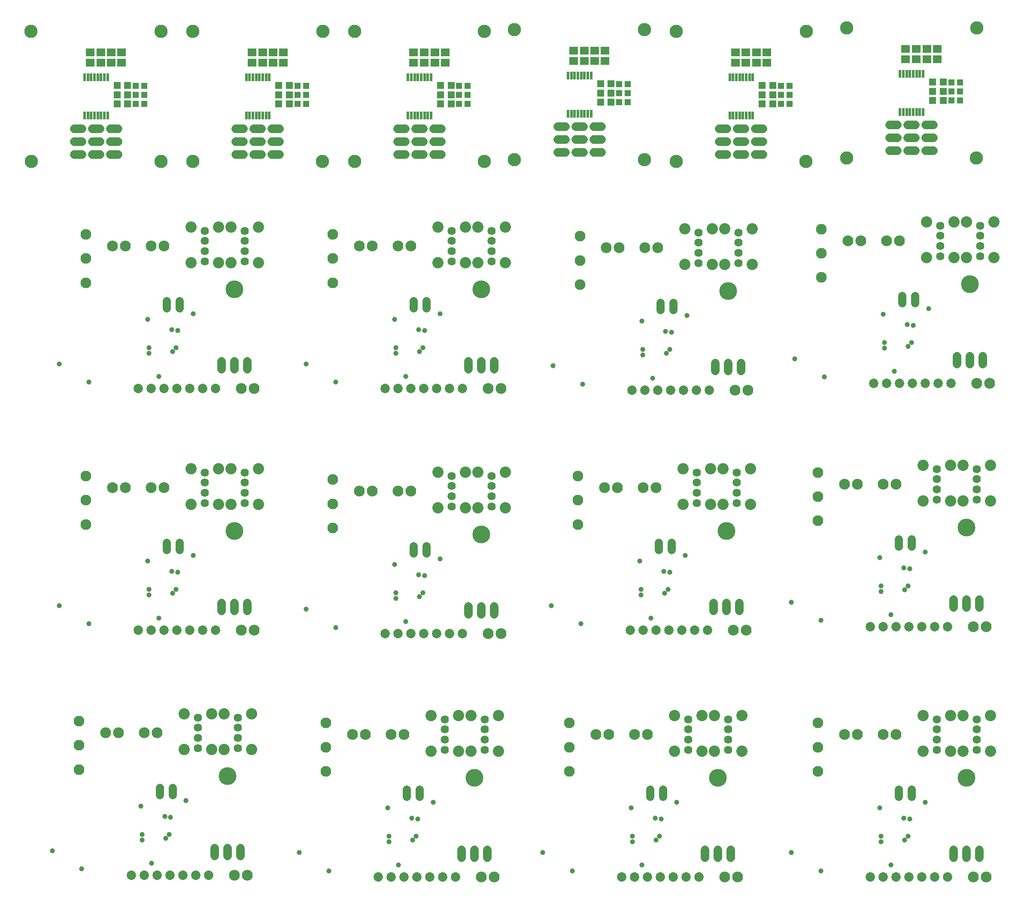
<source format=gbs>
G75*
G70*
%OFA0B0*%
%FSLAX24Y24*%
%IPPOS*%
%LPD*%
G04 *
G04 macro definitions for tiled file 'solderStiched.GBS':*
G04 *
%AMOC8*
5,1,8,0,0,1.08239X$1,22.5*
%
G04 *
G04 aperture list for tiled file 'solderStiched.GBS':*
G04 *
%ADD21R,0.0710X0.0592*%
%ADD18C,0.0390*%
%ADD11C,0.0730*%
%ADD15C,0.0875*%
%ADD20R,0.0230X0.0640*%
%ADD22R,0.0552X0.0552*%
%ADD19C,0.1030*%
%ADD14C,0.0640*%
%ADD23R,0.0474X0.0513*%
%ADD13C,0.1380*%
%ADD12C,0.0680*%
%ADD10C,0.0840*%
%ADD17C,0.0830*%
G04 *
G04 next data from source file './adknbcopyanothercopy/bottom_soldermask.GBS', *
G04 source file key is 'infile_0003'. *
G04 *
D10*
X055365Y004940D03*
X056365Y004940D03*
X049365Y016020D03*
X048365Y016020D03*
X046365Y016020D03*
X045365Y016020D03*
D11*
X047365Y004940D03*
X048365Y004940D03*
X049365Y004940D03*
X050365Y004940D03*
X051365Y004940D03*
X052365Y004940D03*
X053365Y004940D03*
D12*
X053845Y006450D02*
X053845Y007050D01*
X054845Y007050D02*
X054845Y006450D01*
X055845Y006450D02*
X055845Y007050D01*
D13*
X054845Y012650D03*
D14*
X050575Y011750D02*
X050575Y011190D01*
X049575Y011190D02*
X049575Y011750D01*
D15*
X051465Y014720D03*
X053605Y014720D03*
X054565Y014720D03*
X056705Y014720D03*
X056705Y017480D03*
X054565Y017480D03*
X053605Y017480D03*
X051465Y017480D03*
D14*
X052535Y017190D03*
X052535Y016400D03*
X052535Y015610D03*
X052535Y014820D03*
X055635Y014820D03*
X055635Y015610D03*
X055635Y016400D03*
X055635Y017190D03*
D17*
X043315Y016900D03*
X043315Y015030D03*
X043315Y013160D03*
D18*
X043525Y005430D03*
X041245Y006840D03*
X048205Y007680D03*
X048205Y008100D03*
X050035Y007800D03*
X050305Y008100D03*
X050425Y009450D03*
X049975Y009510D03*
X051625Y010740D03*
X048115Y010320D03*
X048955Y005880D03*
G04 *
G04 next data from source file './adknbcopy3rdcopy/bottom_soldermask.GBS', *
G04 source file key is 'infile_0010'. *
G04 *
D10*
X074670Y004940D03*
X075670Y004940D03*
X068670Y016020D03*
X067670Y016020D03*
X065670Y016020D03*
X064670Y016020D03*
D11*
X066670Y004940D03*
X067670Y004940D03*
X068670Y004940D03*
X069670Y004940D03*
X070670Y004940D03*
X071670Y004940D03*
X072670Y004940D03*
D12*
X073150Y006450D02*
X073150Y007050D01*
X074150Y007050D02*
X074150Y006450D01*
X075150Y006450D02*
X075150Y007050D01*
D13*
X074150Y012650D03*
D14*
X069880Y011750D02*
X069880Y011190D01*
X068880Y011190D02*
X068880Y011750D01*
D15*
X070770Y014720D03*
X072910Y014720D03*
X073870Y014720D03*
X076010Y014720D03*
X076010Y017480D03*
X073870Y017480D03*
X072910Y017480D03*
X070770Y017480D03*
D14*
X071840Y017190D03*
X071840Y016400D03*
X071840Y015610D03*
X071840Y014820D03*
X074940Y014820D03*
X074940Y015610D03*
X074940Y016400D03*
X074940Y017190D03*
D17*
X062620Y016900D03*
X062620Y015030D03*
X062620Y013160D03*
D18*
X062830Y005430D03*
X060550Y006840D03*
X067510Y007680D03*
X067510Y008100D03*
X069340Y007800D03*
X069610Y008100D03*
X069730Y009450D03*
X069280Y009510D03*
X070930Y010740D03*
X067420Y010320D03*
X068260Y005880D03*
G04 *
G04 next data from source file './magencodercopy3rdcopy/bottom_soldermask.GBS', *
G04 source file key is 'infile_0008'. *
G04 *
D19*
X026635Y060524D03*
X036706Y060525D03*
X036722Y070601D03*
X026625Y070611D03*
D20*
X030782Y067056D03*
X031038Y067056D03*
X031293Y067056D03*
X031549Y067056D03*
X031805Y067056D03*
X032061Y067056D03*
X032317Y067056D03*
X032573Y067056D03*
X032573Y064071D03*
X032317Y064071D03*
X032061Y064071D03*
X031805Y064071D03*
X031549Y064071D03*
X031293Y064071D03*
X031038Y064071D03*
X030782Y064071D03*
D21*
X031217Y068190D03*
X031217Y068978D03*
X032047Y068978D03*
X032047Y068190D03*
X032857Y068190D03*
X032857Y068978D03*
X033657Y068978D03*
X033657Y068190D03*
D22*
X033304Y066404D03*
X033304Y065684D03*
X033304Y064984D03*
X034131Y064984D03*
X034131Y065684D03*
X034131Y066404D03*
D23*
X034753Y066384D03*
X035422Y066384D03*
X035422Y065684D03*
X035422Y064984D03*
X034753Y064984D03*
X034753Y065684D03*
D12*
X033377Y063064D02*
X032777Y063064D01*
X031977Y063064D02*
X031377Y063064D01*
X030577Y063064D02*
X029977Y063064D01*
X029977Y062064D02*
X030577Y062064D01*
X031377Y062064D02*
X031977Y062064D01*
X032777Y062064D02*
X033377Y062064D01*
X033377Y061064D02*
X032777Y061064D01*
X031977Y061064D02*
X031377Y061064D01*
X030577Y061064D02*
X029977Y061064D01*
G04 *
G04 next data from source file './adknbanothercopy/bottom_soldermask.GBS', *
G04 source file key is 'infile_0007'. *
G04 *
D10*
X074670Y024380D03*
X075670Y024380D03*
X068670Y035460D03*
X067670Y035460D03*
X065670Y035460D03*
X064670Y035460D03*
D11*
X066670Y024380D03*
X067670Y024380D03*
X068670Y024380D03*
X069670Y024380D03*
X070670Y024380D03*
X071670Y024380D03*
X072670Y024380D03*
D12*
X073150Y025890D02*
X073150Y026490D01*
X074150Y026490D02*
X074150Y025890D01*
X075150Y025890D02*
X075150Y026490D01*
D13*
X074150Y032090D03*
D14*
X069880Y031190D02*
X069880Y030630D01*
X068880Y030630D02*
X068880Y031190D01*
D15*
X070770Y034160D03*
X072910Y034160D03*
X073870Y034160D03*
X076010Y034160D03*
X076010Y036920D03*
X073870Y036920D03*
X072910Y036920D03*
X070770Y036920D03*
D14*
X071840Y036630D03*
X071840Y035840D03*
X071840Y035050D03*
X071840Y034260D03*
X074940Y034260D03*
X074940Y035050D03*
X074940Y035840D03*
X074940Y036630D03*
D17*
X062620Y036340D03*
X062620Y034470D03*
X062620Y032600D03*
D18*
X062830Y024870D03*
X060550Y026280D03*
X067510Y027120D03*
X067510Y027540D03*
X069340Y027240D03*
X069610Y027540D03*
X069730Y028890D03*
X069280Y028950D03*
X070930Y030180D03*
X067420Y029760D03*
X068260Y025320D03*
G04 *
G04 next data from source file './magencodercopyanothercopy/bottom_soldermask.GBS', *
G04 source file key is 'infile_0017'. *
G04 *
D19*
X001525Y060524D03*
X011596Y060525D03*
X011612Y070601D03*
X001515Y070611D03*
D20*
X005672Y067056D03*
X005928Y067056D03*
X006183Y067056D03*
X006439Y067056D03*
X006695Y067056D03*
X006951Y067056D03*
X007207Y067056D03*
X007463Y067056D03*
X007463Y064071D03*
X007207Y064071D03*
X006951Y064071D03*
X006695Y064071D03*
X006439Y064071D03*
X006183Y064071D03*
X005928Y064071D03*
X005672Y064071D03*
D21*
X006107Y068190D03*
X006107Y068978D03*
X006937Y068978D03*
X006937Y068190D03*
X007747Y068190D03*
X007747Y068978D03*
X008547Y068978D03*
X008547Y068190D03*
D22*
X008194Y066404D03*
X008194Y065684D03*
X008194Y064984D03*
X009021Y064984D03*
X009021Y065684D03*
X009021Y066404D03*
D23*
X009643Y066384D03*
X010312Y066384D03*
X010312Y065684D03*
X010312Y064984D03*
X009643Y064984D03*
X009643Y065684D03*
D12*
X008267Y063064D02*
X007667Y063064D01*
X006867Y063064D02*
X006267Y063064D01*
X005467Y063064D02*
X004867Y063064D01*
X004867Y062064D02*
X005467Y062064D01*
X006267Y062064D02*
X006867Y062064D01*
X007667Y062064D02*
X008267Y062064D01*
X008267Y061064D02*
X007667Y061064D01*
X006867Y061064D02*
X006267Y061064D01*
X005467Y061064D02*
X004867Y061064D01*
G04 *
G04 next data from source file './adknb/bottom_soldermask.GBS', *
G04 source file key is 'infile_0004'. *
G04 *
D10*
X036465Y004940D03*
X037465Y004940D03*
X030465Y016020D03*
X029465Y016020D03*
X027465Y016020D03*
X026465Y016020D03*
D11*
X028465Y004940D03*
X029465Y004940D03*
X030465Y004940D03*
X031465Y004940D03*
X032465Y004940D03*
X033465Y004940D03*
X034465Y004940D03*
D12*
X034945Y006450D02*
X034945Y007050D01*
X035945Y007050D02*
X035945Y006450D01*
X036945Y006450D02*
X036945Y007050D01*
D13*
X035945Y012650D03*
D14*
X031675Y011750D02*
X031675Y011190D01*
X030675Y011190D02*
X030675Y011750D01*
D15*
X032565Y014720D03*
X034705Y014720D03*
X035665Y014720D03*
X037805Y014720D03*
X037805Y017480D03*
X035665Y017480D03*
X034705Y017480D03*
X032565Y017480D03*
D14*
X033635Y017190D03*
X033635Y016400D03*
X033635Y015610D03*
X033635Y014820D03*
X036735Y014820D03*
X036735Y015610D03*
X036735Y016400D03*
X036735Y017190D03*
D17*
X024415Y016900D03*
X024415Y015030D03*
X024415Y013160D03*
D18*
X024625Y005430D03*
X022345Y006840D03*
X029305Y007680D03*
X029305Y008100D03*
X031135Y007800D03*
X031405Y008100D03*
X031525Y009450D03*
X031075Y009510D03*
X032725Y010740D03*
X029215Y010320D03*
X030055Y005880D03*
G04 *
G04 next data from source file './adknbanothercopy3rdcopy/bottom_soldermask.GBS', *
G04 source file key is 'infile_0018'. *
G04 *
D10*
X037005Y042875D03*
X038005Y042875D03*
X031005Y053955D03*
X030005Y053955D03*
X028005Y053955D03*
X027005Y053955D03*
D11*
X029005Y042875D03*
X030005Y042875D03*
X031005Y042875D03*
X032005Y042875D03*
X033005Y042875D03*
X034005Y042875D03*
X035005Y042875D03*
D12*
X035485Y044385D02*
X035485Y044985D01*
X036485Y044985D02*
X036485Y044385D01*
X037485Y044385D02*
X037485Y044985D01*
D13*
X036485Y050585D03*
D14*
X032215Y049685D02*
X032215Y049125D01*
X031215Y049125D02*
X031215Y049685D01*
D15*
X033105Y052655D03*
X035245Y052655D03*
X036205Y052655D03*
X038345Y052655D03*
X038345Y055415D03*
X036205Y055415D03*
X035245Y055415D03*
X033105Y055415D03*
D14*
X034175Y055125D03*
X034175Y054335D03*
X034175Y053545D03*
X034175Y052755D03*
X037275Y052755D03*
X037275Y053545D03*
X037275Y054335D03*
X037275Y055125D03*
D17*
X024955Y054835D03*
X024955Y052965D03*
X024955Y051095D03*
D18*
X025165Y043365D03*
X022885Y044775D03*
X029845Y045615D03*
X029845Y046035D03*
X031675Y045735D03*
X031945Y046035D03*
X032065Y047385D03*
X031615Y047445D03*
X033265Y048675D03*
X029755Y048255D03*
X030595Y043815D03*
G04 *
G04 next data from source file './adknbcopycopy/bottom_soldermask.GBS', *
G04 source file key is 'infile_0012'. *
G04 *
D10*
X017835Y024110D03*
X018835Y024110D03*
X011835Y035190D03*
X010835Y035190D03*
X008835Y035190D03*
X007835Y035190D03*
D11*
X009835Y024110D03*
X010835Y024110D03*
X011835Y024110D03*
X012835Y024110D03*
X013835Y024110D03*
X014835Y024110D03*
X015835Y024110D03*
D12*
X016315Y025620D02*
X016315Y026220D01*
X017315Y026220D02*
X017315Y025620D01*
X018315Y025620D02*
X018315Y026220D01*
D13*
X017315Y031820D03*
D14*
X013045Y030920D02*
X013045Y030360D01*
X012045Y030360D02*
X012045Y030920D01*
D15*
X013935Y033890D03*
X016075Y033890D03*
X017035Y033890D03*
X019175Y033890D03*
X019175Y036650D03*
X017035Y036650D03*
X016075Y036650D03*
X013935Y036650D03*
D14*
X015005Y036360D03*
X015005Y035570D03*
X015005Y034780D03*
X015005Y033990D03*
X018105Y033990D03*
X018105Y034780D03*
X018105Y035570D03*
X018105Y036360D03*
D17*
X005785Y036070D03*
X005785Y034200D03*
X005785Y032330D03*
D18*
X005995Y024600D03*
X003715Y026010D03*
X010675Y026850D03*
X010675Y027270D03*
X012505Y026970D03*
X012775Y027270D03*
X012895Y028620D03*
X012445Y028680D03*
X014095Y029910D03*
X010585Y029490D03*
X011425Y025050D03*
G04 *
G04 next data from source file './magencodercopy/bottom_soldermask.GBS', *
G04 source file key is 'infile_0002'. *
G04 *
D19*
X039055Y060659D03*
X049126Y060660D03*
X049142Y070736D03*
X039045Y070746D03*
D20*
X043202Y067191D03*
X043458Y067191D03*
X043713Y067191D03*
X043969Y067191D03*
X044225Y067191D03*
X044481Y067191D03*
X044737Y067191D03*
X044993Y067191D03*
X044993Y064206D03*
X044737Y064206D03*
X044481Y064206D03*
X044225Y064206D03*
X043969Y064206D03*
X043713Y064206D03*
X043458Y064206D03*
X043202Y064206D03*
D21*
X043637Y068325D03*
X043637Y069113D03*
X044467Y069113D03*
X044467Y068325D03*
X045277Y068325D03*
X045277Y069113D03*
X046077Y069113D03*
X046077Y068325D03*
D22*
X045724Y066539D03*
X045724Y065819D03*
X045724Y065119D03*
X046551Y065119D03*
X046551Y065819D03*
X046551Y066539D03*
D23*
X047173Y066519D03*
X047842Y066519D03*
X047842Y065819D03*
X047842Y065119D03*
X047173Y065119D03*
X047173Y065819D03*
D12*
X045797Y063199D02*
X045197Y063199D01*
X044397Y063199D02*
X043797Y063199D01*
X042997Y063199D02*
X042397Y063199D01*
X042397Y062199D02*
X042997Y062199D01*
X043797Y062199D02*
X044397Y062199D01*
X045197Y062199D02*
X045797Y062199D01*
X045797Y061199D02*
X045197Y061199D01*
X044397Y061199D02*
X043797Y061199D01*
X042997Y061199D02*
X042397Y061199D01*
G04 *
G04 next data from source file './adknbanothercopyanothercopy/bottom_soldermask.GBS', *
G04 source file key is 'infile_0013'. *
G04 *
D10*
X037005Y023840D03*
X038005Y023840D03*
X031005Y034920D03*
X030005Y034920D03*
X028005Y034920D03*
X027005Y034920D03*
D11*
X029005Y023840D03*
X030005Y023840D03*
X031005Y023840D03*
X032005Y023840D03*
X033005Y023840D03*
X034005Y023840D03*
X035005Y023840D03*
D12*
X035485Y025350D02*
X035485Y025950D01*
X036485Y025950D02*
X036485Y025350D01*
X037485Y025350D02*
X037485Y025950D01*
D13*
X036485Y031550D03*
D14*
X032215Y030650D02*
X032215Y030090D01*
X031215Y030090D02*
X031215Y030650D01*
D15*
X033105Y033620D03*
X035245Y033620D03*
X036205Y033620D03*
X038345Y033620D03*
X038345Y036380D03*
X036205Y036380D03*
X035245Y036380D03*
X033105Y036380D03*
D14*
X034175Y036090D03*
X034175Y035300D03*
X034175Y034510D03*
X034175Y033720D03*
X037275Y033720D03*
X037275Y034510D03*
X037275Y035300D03*
X037275Y036090D03*
D17*
X024955Y035800D03*
X024955Y033930D03*
X024955Y032060D03*
D18*
X025165Y024330D03*
X022885Y025740D03*
X029845Y026580D03*
X029845Y027000D03*
X031675Y026700D03*
X031945Y027000D03*
X032065Y028350D03*
X031615Y028410D03*
X033265Y029640D03*
X029755Y029220D03*
X030595Y024780D03*
G04 *
G04 next data from source file './adknb4thcopy3rdcopy/bottom_soldermask.GBS', *
G04 source file key is 'infile_0005'. *
G04 *
D10*
X017295Y005075D03*
X018295Y005075D03*
X011295Y016155D03*
X010295Y016155D03*
X008295Y016155D03*
X007295Y016155D03*
D11*
X009295Y005075D03*
X010295Y005075D03*
X011295Y005075D03*
X012295Y005075D03*
X013295Y005075D03*
X014295Y005075D03*
X015295Y005075D03*
D12*
X015775Y006585D02*
X015775Y007185D01*
X016775Y007185D02*
X016775Y006585D01*
X017775Y006585D02*
X017775Y007185D01*
D13*
X016775Y012785D03*
D14*
X012505Y011885D02*
X012505Y011325D01*
X011505Y011325D02*
X011505Y011885D01*
D15*
X013395Y014855D03*
X015535Y014855D03*
X016495Y014855D03*
X018635Y014855D03*
X018635Y017615D03*
X016495Y017615D03*
X015535Y017615D03*
X013395Y017615D03*
D14*
X014465Y017325D03*
X014465Y016535D03*
X014465Y015745D03*
X014465Y014955D03*
X017565Y014955D03*
X017565Y015745D03*
X017565Y016535D03*
X017565Y017325D03*
D17*
X005245Y017035D03*
X005245Y015165D03*
X005245Y013295D03*
D18*
X005455Y005565D03*
X003175Y006975D03*
X010135Y007815D03*
X010135Y008235D03*
X011965Y007935D03*
X012235Y008235D03*
X012355Y009585D03*
X011905Y009645D03*
X013555Y010875D03*
X010045Y010455D03*
X010885Y006015D03*
G04 *
G04 next data from source file './adknb4thcopyanothercopy/bottom_soldermask.GBS', *
G04 source file key is 'infile_0016'. *
G04 *
D10*
X056040Y024110D03*
X057040Y024110D03*
X050040Y035190D03*
X049040Y035190D03*
X047040Y035190D03*
X046040Y035190D03*
D11*
X048040Y024110D03*
X049040Y024110D03*
X050040Y024110D03*
X051040Y024110D03*
X052040Y024110D03*
X053040Y024110D03*
X054040Y024110D03*
D12*
X054520Y025620D02*
X054520Y026220D01*
X055520Y026220D02*
X055520Y025620D01*
X056520Y025620D02*
X056520Y026220D01*
D13*
X055520Y031820D03*
D14*
X051250Y030920D02*
X051250Y030360D01*
X050250Y030360D02*
X050250Y030920D01*
D15*
X052140Y033890D03*
X054280Y033890D03*
X055240Y033890D03*
X057380Y033890D03*
X057380Y036650D03*
X055240Y036650D03*
X054280Y036650D03*
X052140Y036650D03*
D14*
X053210Y036360D03*
X053210Y035570D03*
X053210Y034780D03*
X053210Y033990D03*
X056310Y033990D03*
X056310Y034780D03*
X056310Y035570D03*
X056310Y036360D03*
D17*
X043990Y036070D03*
X043990Y034200D03*
X043990Y032330D03*
D18*
X044200Y024600D03*
X041920Y026010D03*
X048880Y026850D03*
X048880Y027270D03*
X050710Y026970D03*
X050980Y027270D03*
X051100Y028620D03*
X050650Y028680D03*
X052300Y029910D03*
X048790Y029490D03*
X049630Y025050D03*
G04 *
G04 next data from source file './magencoderanothercopy/bottom_soldermask.GBS', *
G04 source file key is 'infile_0011'. *
G04 *
D19*
X051610Y060524D03*
X061681Y060525D03*
X061697Y070601D03*
X051600Y070611D03*
D20*
X055757Y067056D03*
X056013Y067056D03*
X056268Y067056D03*
X056524Y067056D03*
X056780Y067056D03*
X057036Y067056D03*
X057292Y067056D03*
X057548Y067056D03*
X057548Y064071D03*
X057292Y064071D03*
X057036Y064071D03*
X056780Y064071D03*
X056524Y064071D03*
X056268Y064071D03*
X056013Y064071D03*
X055757Y064071D03*
D21*
X056192Y068190D03*
X056192Y068978D03*
X057022Y068978D03*
X057022Y068190D03*
X057832Y068190D03*
X057832Y068978D03*
X058632Y068978D03*
X058632Y068190D03*
D22*
X058279Y066404D03*
X058279Y065684D03*
X058279Y064984D03*
X059106Y064984D03*
X059106Y065684D03*
X059106Y066404D03*
D23*
X059728Y066384D03*
X060397Y066384D03*
X060397Y065684D03*
X060397Y064984D03*
X059728Y064984D03*
X059728Y065684D03*
D12*
X058352Y063064D02*
X057752Y063064D01*
X056952Y063064D02*
X056352Y063064D01*
X055552Y063064D02*
X054952Y063064D01*
X054952Y062064D02*
X055552Y062064D01*
X056352Y062064D02*
X056952Y062064D01*
X057752Y062064D02*
X058352Y062064D01*
X058352Y061064D02*
X057752Y061064D01*
X056952Y061064D02*
X056352Y061064D01*
X055552Y061064D02*
X054952Y061064D01*
G04 *
G04 next data from source file './adknbanothercopycopy/bottom_soldermask.GBS', *
G04 source file key is 'infile_0009'. *
G04 *
D10*
X056175Y042740D03*
X057175Y042740D03*
X050175Y053820D03*
X049175Y053820D03*
X047175Y053820D03*
X046175Y053820D03*
D11*
X048175Y042740D03*
X049175Y042740D03*
X050175Y042740D03*
X051175Y042740D03*
X052175Y042740D03*
X053175Y042740D03*
X054175Y042740D03*
D12*
X054655Y044250D02*
X054655Y044850D01*
X055655Y044850D02*
X055655Y044250D01*
X056655Y044250D02*
X056655Y044850D01*
D13*
X055655Y050450D03*
D14*
X051385Y049550D02*
X051385Y048990D01*
X050385Y048990D02*
X050385Y049550D01*
D15*
X052275Y052520D03*
X054415Y052520D03*
X055375Y052520D03*
X057515Y052520D03*
X057515Y055280D03*
X055375Y055280D03*
X054415Y055280D03*
X052275Y055280D03*
D14*
X053345Y054990D03*
X053345Y054200D03*
X053345Y053410D03*
X053345Y052620D03*
X056445Y052620D03*
X056445Y053410D03*
X056445Y054200D03*
X056445Y054990D03*
D17*
X044125Y054700D03*
X044125Y052830D03*
X044125Y050960D03*
D18*
X044335Y043230D03*
X042055Y044640D03*
X049015Y045480D03*
X049015Y045900D03*
X050845Y045600D03*
X051115Y045900D03*
X051235Y047250D03*
X050785Y047310D03*
X052435Y048540D03*
X048925Y048120D03*
X049765Y043680D03*
G04 *
G04 next data from source file './magencodercopycopy/bottom_soldermask.GBS', *
G04 source file key is 'infile_0015'. *
G04 *
D19*
X014080Y060524D03*
X024151Y060525D03*
X024167Y070601D03*
X014070Y070611D03*
D20*
X018227Y067056D03*
X018483Y067056D03*
X018738Y067056D03*
X018994Y067056D03*
X019250Y067056D03*
X019506Y067056D03*
X019762Y067056D03*
X020018Y067056D03*
X020018Y064071D03*
X019762Y064071D03*
X019506Y064071D03*
X019250Y064071D03*
X018994Y064071D03*
X018738Y064071D03*
X018483Y064071D03*
X018227Y064071D03*
D21*
X018662Y068190D03*
X018662Y068978D03*
X019492Y068978D03*
X019492Y068190D03*
X020302Y068190D03*
X020302Y068978D03*
X021102Y068978D03*
X021102Y068190D03*
D22*
X020749Y066404D03*
X020749Y065684D03*
X020749Y064984D03*
X021576Y064984D03*
X021576Y065684D03*
X021576Y066404D03*
D23*
X022198Y066384D03*
X022867Y066384D03*
X022867Y065684D03*
X022867Y064984D03*
X022198Y064984D03*
X022198Y065684D03*
D12*
X020822Y063064D02*
X020222Y063064D01*
X019422Y063064D02*
X018822Y063064D01*
X018022Y063064D02*
X017422Y063064D01*
X017422Y062064D02*
X018022Y062064D01*
X018822Y062064D02*
X019422Y062064D01*
X020222Y062064D02*
X020822Y062064D01*
X020822Y061064D02*
X020222Y061064D01*
X019422Y061064D02*
X018822Y061064D01*
X018022Y061064D02*
X017422Y061064D01*
G04 *
G04 next data from source file './adknb4thcopycopy/bottom_soldermask.GBS', *
G04 source file key is 'infile_0006'. *
G04 *
D10*
X017835Y042875D03*
X018835Y042875D03*
X011835Y053955D03*
X010835Y053955D03*
X008835Y053955D03*
X007835Y053955D03*
D11*
X009835Y042875D03*
X010835Y042875D03*
X011835Y042875D03*
X012835Y042875D03*
X013835Y042875D03*
X014835Y042875D03*
X015835Y042875D03*
D12*
X016315Y044385D02*
X016315Y044985D01*
X017315Y044985D02*
X017315Y044385D01*
X018315Y044385D02*
X018315Y044985D01*
D13*
X017315Y050585D03*
D14*
X013045Y049685D02*
X013045Y049125D01*
X012045Y049125D02*
X012045Y049685D01*
D15*
X013935Y052655D03*
X016075Y052655D03*
X017035Y052655D03*
X019175Y052655D03*
X019175Y055415D03*
X017035Y055415D03*
X016075Y055415D03*
X013935Y055415D03*
D14*
X015005Y055125D03*
X015005Y054335D03*
X015005Y053545D03*
X015005Y052755D03*
X018105Y052755D03*
X018105Y053545D03*
X018105Y054335D03*
X018105Y055125D03*
D17*
X005785Y054835D03*
X005785Y052965D03*
X005785Y051095D03*
D18*
X005995Y043365D03*
X003715Y044775D03*
X010675Y045615D03*
X010675Y046035D03*
X012505Y045735D03*
X012775Y046035D03*
X012895Y047385D03*
X012445Y047445D03*
X014095Y048675D03*
X010585Y048255D03*
X011425Y043815D03*
G04 *
G04 next data from source file './magencoder/bottom_soldermask.GBS', *
G04 source file key is 'infile_0014'. *
G04 *
D19*
X064840Y060794D03*
X074911Y060795D03*
X074927Y070871D03*
X064830Y070881D03*
D20*
X068987Y067326D03*
X069243Y067326D03*
X069498Y067326D03*
X069754Y067326D03*
X070010Y067326D03*
X070266Y067326D03*
X070522Y067326D03*
X070778Y067326D03*
X070778Y064341D03*
X070522Y064341D03*
X070266Y064341D03*
X070010Y064341D03*
X069754Y064341D03*
X069498Y064341D03*
X069243Y064341D03*
X068987Y064341D03*
D21*
X069422Y068460D03*
X069422Y069248D03*
X070252Y069248D03*
X070252Y068460D03*
X071062Y068460D03*
X071062Y069248D03*
X071862Y069248D03*
X071862Y068460D03*
D22*
X071509Y066674D03*
X071509Y065954D03*
X071509Y065254D03*
X072336Y065254D03*
X072336Y065954D03*
X072336Y066674D03*
D23*
X072958Y066654D03*
X073627Y066654D03*
X073627Y065954D03*
X073627Y065254D03*
X072958Y065254D03*
X072958Y065954D03*
D12*
X071582Y063334D02*
X070982Y063334D01*
X070182Y063334D02*
X069582Y063334D01*
X068782Y063334D02*
X068182Y063334D01*
X068182Y062334D02*
X068782Y062334D01*
X069582Y062334D02*
X070182Y062334D01*
X070982Y062334D02*
X071582Y062334D01*
X071582Y061334D02*
X070982Y061334D01*
X070182Y061334D02*
X069582Y061334D01*
X068782Y061334D02*
X068182Y061334D01*
G04 *
G04 next data from source file './adknbcopy/bottom_soldermask.GBS', *
G04 source file key is 'infile_0001'. *
G04 *
D10*
X074940Y043280D03*
X075940Y043280D03*
X068940Y054360D03*
X067940Y054360D03*
X065940Y054360D03*
X064940Y054360D03*
D11*
X066940Y043280D03*
X067940Y043280D03*
X068940Y043280D03*
X069940Y043280D03*
X070940Y043280D03*
X071940Y043280D03*
X072940Y043280D03*
D12*
X073420Y044790D02*
X073420Y045390D01*
X074420Y045390D02*
X074420Y044790D01*
X075420Y044790D02*
X075420Y045390D01*
D13*
X074420Y050990D03*
D14*
X070150Y050090D02*
X070150Y049530D01*
X069150Y049530D02*
X069150Y050090D01*
D15*
X071040Y053060D03*
X073180Y053060D03*
X074140Y053060D03*
X076280Y053060D03*
X076280Y055820D03*
X074140Y055820D03*
X073180Y055820D03*
X071040Y055820D03*
D14*
X072110Y055530D03*
X072110Y054740D03*
X072110Y053950D03*
X072110Y053160D03*
X075210Y053160D03*
X075210Y053950D03*
X075210Y054740D03*
X075210Y055530D03*
D17*
X062890Y055240D03*
X062890Y053370D03*
X062890Y051500D03*
D18*
X063100Y043770D03*
X060820Y045180D03*
X067780Y046020D03*
X067780Y046440D03*
X069610Y046140D03*
X069880Y046440D03*
X070000Y047790D03*
X069550Y047850D03*
X071200Y049080D03*
X067690Y048660D03*
X068530Y044220D03*
M02*

</source>
